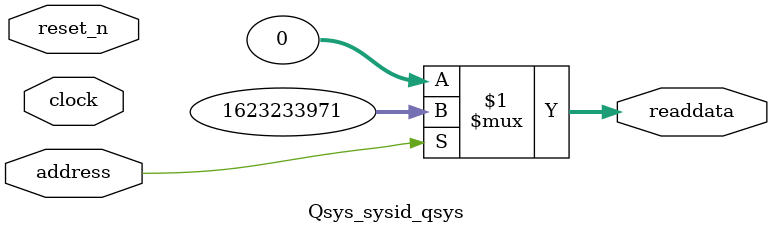
<source format=v>



// synthesis translate_off
`timescale 1ns / 1ps
// synthesis translate_on

// turn off superfluous verilog processor warnings 
// altera message_level Level1 
// altera message_off 10034 10035 10036 10037 10230 10240 10030 

module Qsys_sysid_qsys (
               // inputs:
                address,
                clock,
                reset_n,

               // outputs:
                readdata
             )
;

  output  [ 31: 0] readdata;
  input            address;
  input            clock;
  input            reset_n;

  wire    [ 31: 0] readdata;
  //control_slave, which is an e_avalon_slave
  assign readdata = address ? 1623233971 : 0;

endmodule



</source>
